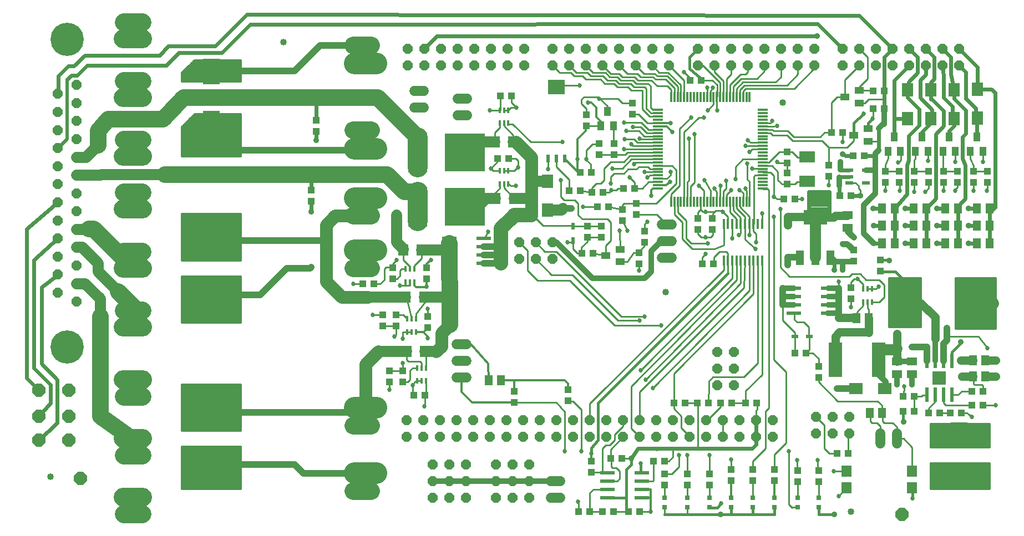
<source format=gtl>
G75*
G70*
%OFA0B0*%
%FSLAX24Y24*%
%IPPOS*%
%LPD*%
%AMOC8*
5,1,8,0,0,1.08239X$1,22.5*
%
%ADD10R,0.0551X0.0394*%
%ADD11R,0.0433X0.0394*%
%ADD12R,0.0394X0.0433*%
%ADD13R,0.1181X0.0630*%
%ADD14R,0.2441X0.2283*%
%ADD15R,0.0138X0.0354*%
%ADD16R,0.0709X0.0827*%
%ADD17R,0.0866X0.0236*%
%ADD18R,0.0236X0.0394*%
%ADD19R,0.0394X0.0236*%
%ADD20R,0.0598X0.0701*%
%ADD21R,0.0512X0.0591*%
%ADD22R,0.0394X0.0551*%
%ADD23R,0.0200X0.0500*%
%ADD24R,0.1000X0.0900*%
%ADD25R,0.0480X0.0880*%
%ADD26R,0.1417X0.0866*%
%ADD27R,0.0591X0.0512*%
%ADD28OC8,0.0591*%
%ADD29C,0.0591*%
%ADD30R,0.0118X0.0630*%
%ADD31R,0.0787X0.2087*%
%ADD32R,0.0118X0.0591*%
%ADD33R,0.0591X0.0118*%
%ADD34C,0.1299*%
%ADD35C,0.1142*%
%ADD36C,0.1063*%
%ADD37C,0.1102*%
%ADD38R,0.0315X0.0315*%
%ADD39OC8,0.0600*%
%ADD40C,0.2000*%
%ADD41R,0.0630X0.0710*%
%ADD42OC8,0.0610*%
%ADD43R,0.0945X0.0669*%
%ADD44OC8,0.0787*%
%ADD45C,0.0400*%
%ADD46R,0.0984X0.1575*%
%ADD47R,0.0236X0.0866*%
%ADD48R,0.0800X0.0800*%
%ADD49R,0.0827X0.0709*%
%ADD50R,0.1516X0.2165*%
%ADD51R,0.0472X0.0217*%
%ADD52C,0.0270*%
%ADD53C,0.0100*%
%ADD54C,0.0356*%
%ADD55C,0.0160*%
%ADD56C,0.0360*%
%ADD57C,0.0120*%
%ADD58C,0.0400*%
%ADD59C,0.0200*%
%ADD60C,0.0240*%
%ADD61C,0.0660*%
%ADD62C,0.0320*%
%ADD63C,0.0500*%
%ADD64C,0.0760*%
%ADD65C,0.1000*%
%ADD66C,0.1200*%
%ADD67C,0.0860*%
D10*
X035397Y016800D03*
X036263Y016426D03*
X036263Y017174D03*
X050297Y024050D03*
X051163Y023676D03*
X051163Y024424D03*
X050613Y025976D03*
X050613Y026724D03*
X049747Y026350D03*
D11*
X046280Y023035D03*
X046280Y022365D03*
X046280Y021785D03*
X046280Y021115D03*
X048780Y021565D03*
X048780Y022235D03*
X052180Y021885D03*
X052180Y021215D03*
X053030Y021215D03*
X053930Y021215D03*
X053930Y021885D03*
X053030Y021885D03*
X054780Y021885D03*
X055680Y021885D03*
X055680Y021215D03*
X054780Y021215D03*
X056530Y021215D03*
X057480Y021215D03*
X057480Y021885D03*
X056530Y021885D03*
X058330Y021885D03*
X058330Y021215D03*
X050280Y017135D03*
X050280Y016465D03*
X051880Y016535D03*
X051880Y015865D03*
X050130Y014885D03*
X050130Y014215D03*
X048180Y010135D03*
X048180Y009465D03*
X048180Y003885D03*
X048180Y003215D03*
X046930Y003215D03*
X046930Y003885D03*
X045530Y003935D03*
X045530Y003265D03*
X044230Y003265D03*
X044230Y003935D03*
X042930Y003935D03*
X042930Y003265D03*
X041630Y003015D03*
X041630Y003685D03*
X040280Y003685D03*
X040280Y003015D03*
X038930Y003015D03*
X038930Y003685D03*
X034530Y003765D03*
X034530Y004435D03*
X029880Y007965D03*
X029880Y008635D03*
X033130Y008735D03*
X033130Y008065D03*
X024680Y012465D03*
X024680Y013135D03*
X022780Y013235D03*
X022780Y012565D03*
X021980Y012565D03*
X021980Y013235D03*
X022580Y015415D03*
X022580Y016085D03*
X024630Y016085D03*
X024630Y015415D03*
X017680Y020065D03*
X017680Y020735D03*
X017980Y024265D03*
X017980Y024935D03*
X034230Y024615D03*
X034230Y025285D03*
X034980Y023535D03*
X034980Y022865D03*
X035880Y022865D03*
X035880Y023535D03*
X036980Y025315D03*
X036980Y025985D03*
X037230Y019935D03*
X036380Y019585D03*
X037230Y019265D03*
X036380Y018915D03*
X035130Y018585D03*
X034280Y018585D03*
X034280Y017915D03*
X035130Y017915D03*
X037380Y016985D03*
X037730Y017615D03*
X037730Y018285D03*
X040930Y018365D03*
X040930Y019035D03*
X041805Y019035D03*
X041805Y018365D03*
X037380Y016315D03*
X023180Y009885D03*
X023180Y009215D03*
X022380Y009215D03*
X022380Y009885D03*
D12*
X023845Y008400D03*
X024515Y008400D03*
X035695Y004600D03*
X036365Y004600D03*
X038245Y004450D03*
X038915Y004450D03*
X037415Y001400D03*
X036745Y001400D03*
X035865Y001400D03*
X035195Y001400D03*
X034415Y001400D03*
X033745Y001400D03*
X039495Y007950D03*
X040165Y007950D03*
X040895Y007950D03*
X041565Y007950D03*
X042295Y007950D03*
X042965Y007950D03*
X043795Y007950D03*
X044465Y007950D03*
X049295Y004900D03*
X049965Y004900D03*
X053270Y007425D03*
X053940Y007425D03*
X054795Y007350D03*
X055465Y007350D03*
X056095Y007350D03*
X056765Y007350D03*
X057395Y007800D03*
X058065Y007800D03*
X058065Y008650D03*
X057395Y008650D03*
X053940Y008325D03*
X053270Y008325D03*
X047415Y010950D03*
X046745Y010950D03*
X041865Y016300D03*
X041195Y016300D03*
X035565Y019750D03*
X034895Y019750D03*
X035215Y020600D03*
X034545Y020600D03*
X033865Y020700D03*
X033195Y020700D03*
X033845Y021800D03*
X034515Y021800D03*
X036445Y020850D03*
X037115Y020850D03*
X034615Y016950D03*
X033945Y016950D03*
X029565Y022650D03*
X028895Y022650D03*
X029045Y026400D03*
X029715Y026400D03*
X040445Y027350D03*
X041115Y027350D03*
X048945Y024200D03*
X049615Y024200D03*
X050245Y022800D03*
X050915Y022800D03*
X050115Y020400D03*
X049445Y020400D03*
X046765Y020200D03*
X046095Y020200D03*
X051445Y025650D03*
X052115Y025650D03*
X052115Y026700D03*
X051445Y026700D03*
X021465Y015100D03*
X020795Y015100D03*
D13*
X024089Y018852D03*
X024089Y020648D03*
X024089Y022102D03*
X024089Y023898D03*
D14*
X026916Y023000D03*
X026916Y019750D03*
D15*
X029024Y021106D03*
X029280Y021106D03*
X029536Y021106D03*
X029536Y021894D03*
X029280Y021894D03*
X029024Y021894D03*
X029024Y024756D03*
X029280Y024756D03*
X029536Y024756D03*
X029536Y025544D03*
X029280Y025544D03*
X029024Y025544D03*
X023886Y015994D03*
X023630Y015994D03*
X023374Y015994D03*
X023374Y015206D03*
X023630Y015206D03*
X023886Y015206D03*
X023986Y012994D03*
X023730Y012994D03*
X023474Y012994D03*
X023474Y012206D03*
X023730Y012206D03*
X023986Y012206D03*
X024074Y010044D03*
X024330Y010044D03*
X024586Y010044D03*
X024586Y009256D03*
X024330Y009256D03*
X024074Y009256D03*
X050874Y014006D03*
X051130Y014006D03*
X051386Y014006D03*
X051386Y014794D03*
X051130Y014794D03*
X050874Y014794D03*
D16*
X053530Y025034D03*
X054930Y025034D03*
X056330Y025034D03*
X057730Y025084D03*
X057730Y026816D03*
X056330Y026766D03*
X054930Y026766D03*
X053530Y026766D03*
X031880Y021266D03*
X031880Y019534D03*
D17*
X028054Y017850D03*
X028054Y017350D03*
X028054Y016850D03*
X028054Y016350D03*
X026006Y016350D03*
X026006Y016850D03*
X026006Y017350D03*
X026006Y017850D03*
X046706Y014850D03*
X046706Y014350D03*
X046706Y013850D03*
X046706Y013350D03*
X048754Y013350D03*
X048754Y013850D03*
X048754Y014350D03*
X048754Y014850D03*
X037554Y003750D03*
X037554Y003250D03*
X037554Y002750D03*
X037554Y002250D03*
X035506Y002250D03*
X035506Y002750D03*
X035506Y003250D03*
X035506Y003750D03*
D18*
X033430Y017717D03*
X033430Y018583D03*
D19*
X046747Y011950D03*
X047613Y011950D03*
D20*
X049850Y003850D03*
X049850Y002850D03*
X053810Y002850D03*
X053810Y003850D03*
D21*
X052004Y007350D03*
X051256Y007350D03*
X057456Y009550D03*
X058204Y009550D03*
X058204Y010500D03*
X057456Y010500D03*
X051204Y013050D03*
X050456Y013050D03*
X052006Y017550D03*
X052754Y017550D03*
X053906Y017550D03*
X054654Y017550D03*
X055806Y017550D03*
X056554Y017550D03*
X057706Y017550D03*
X058454Y017550D03*
X058454Y018600D03*
X057706Y018600D03*
X056554Y018600D03*
X055806Y018600D03*
X054654Y018600D03*
X053906Y018600D03*
X052754Y018600D03*
X052006Y018600D03*
X052006Y019650D03*
X052754Y019650D03*
X053906Y019650D03*
X054654Y019650D03*
X055806Y019650D03*
X056554Y019650D03*
X057706Y019650D03*
X058454Y019650D03*
X029104Y009300D03*
X028356Y009300D03*
D22*
X052356Y023067D03*
X053104Y023067D03*
X054006Y023067D03*
X054754Y023067D03*
X055656Y023067D03*
X056404Y023067D03*
X057306Y023067D03*
X058054Y023067D03*
X057680Y023933D03*
X056030Y023933D03*
X054380Y023933D03*
X052730Y023933D03*
X035854Y024617D03*
X035106Y024617D03*
X035480Y025483D03*
D23*
X032930Y022650D03*
X032430Y022650D03*
X031930Y022650D03*
D24*
X032430Y026950D03*
D25*
X047070Y016680D03*
X047980Y016680D03*
X048890Y016680D03*
D26*
X047980Y019120D03*
D27*
X049930Y019224D03*
X049930Y018476D03*
X052880Y010424D03*
X053780Y010424D03*
X053780Y009676D03*
X052880Y009676D03*
D28*
X045430Y006900D03*
X044430Y006900D03*
X043430Y006900D03*
X042430Y006900D03*
X041430Y006900D03*
X040430Y006900D03*
X039430Y006900D03*
X038430Y006900D03*
X037430Y006900D03*
X036430Y006900D03*
X035430Y006900D03*
X034430Y006900D03*
X033430Y006900D03*
X032430Y006900D03*
X031430Y006900D03*
X030430Y006900D03*
X029430Y006900D03*
X028430Y006900D03*
X027430Y006900D03*
X026430Y006900D03*
X025430Y006900D03*
X024430Y006900D03*
X023430Y006900D03*
X023430Y005900D03*
X024430Y005900D03*
X025430Y005900D03*
X026430Y005900D03*
X027430Y005900D03*
X028430Y005900D03*
X029430Y005900D03*
X030430Y005900D03*
X031430Y005900D03*
X032430Y005900D03*
X033430Y005900D03*
X034430Y005900D03*
X035430Y005900D03*
X036430Y005900D03*
X037430Y005900D03*
X038430Y005900D03*
X039430Y005900D03*
X040430Y005900D03*
X041430Y005900D03*
X042430Y005900D03*
X043430Y005900D03*
X044430Y005900D03*
X045430Y005900D03*
X043080Y009000D03*
X042080Y009000D03*
X042080Y010000D03*
X043080Y010000D03*
X043080Y011000D03*
X042080Y011000D03*
X032180Y016600D03*
X031180Y016600D03*
X030180Y016600D03*
X030180Y017600D03*
X031180Y017600D03*
X032180Y017600D03*
X032180Y028250D03*
X033180Y028250D03*
X034180Y028250D03*
X035180Y028250D03*
X036180Y028250D03*
X037180Y028250D03*
X038180Y028250D03*
X039180Y028250D03*
X039180Y029250D03*
X038180Y029250D03*
X037180Y029250D03*
X036180Y029250D03*
X035180Y029250D03*
X034180Y029250D03*
X033180Y029250D03*
X032180Y029250D03*
X030480Y029250D03*
X029480Y029250D03*
X028480Y029250D03*
X027480Y029250D03*
X026480Y029250D03*
X025480Y029250D03*
X024480Y029250D03*
X023480Y029250D03*
X023480Y028250D03*
X024480Y028250D03*
X025480Y028250D03*
X026480Y028250D03*
X027480Y028250D03*
X028480Y028250D03*
X029480Y028250D03*
X030480Y028250D03*
X040930Y028250D03*
X041930Y028250D03*
X042930Y028250D03*
X043930Y028250D03*
X044930Y028250D03*
X045930Y028250D03*
X046930Y028250D03*
X047930Y028250D03*
X047930Y029250D03*
X046930Y029250D03*
X045930Y029250D03*
X044930Y029250D03*
X043930Y029250D03*
X042930Y029250D03*
X041930Y029250D03*
X040930Y029250D03*
X049630Y029250D03*
X050630Y029250D03*
X051630Y029250D03*
X052630Y029250D03*
X053630Y029250D03*
X054630Y029250D03*
X055630Y029250D03*
X056630Y029250D03*
X056630Y028250D03*
X055630Y028250D03*
X054630Y028250D03*
X053630Y028250D03*
X052630Y028250D03*
X051630Y028250D03*
X050630Y028250D03*
X049630Y028250D03*
X030780Y004250D03*
X029780Y004250D03*
X028780Y004250D03*
X028780Y003250D03*
X029780Y003250D03*
X030780Y003250D03*
X030780Y002250D03*
X029780Y002250D03*
X028780Y002250D03*
X026980Y002250D03*
X025980Y002250D03*
X024980Y002250D03*
X024980Y003250D03*
X025980Y003250D03*
X026980Y003250D03*
X026980Y004250D03*
X025980Y004250D03*
X024980Y004250D03*
D29*
X032085Y003250D02*
X032675Y003250D01*
X032675Y002250D02*
X032085Y002250D01*
X027025Y009480D02*
X026435Y009480D01*
X026435Y010480D02*
X027025Y010480D01*
X027025Y011480D02*
X026435Y011480D01*
X038775Y016660D02*
X039365Y016660D01*
X039365Y017660D02*
X038775Y017660D01*
X038775Y018660D02*
X039365Y018660D01*
X027075Y025250D02*
X026485Y025250D01*
X026485Y026250D02*
X027075Y026250D01*
X024475Y026700D02*
X023885Y026700D01*
X023885Y025700D02*
X024475Y025700D01*
X051880Y006095D02*
X051880Y005505D01*
X052880Y005505D02*
X052880Y006095D01*
D30*
X044782Y016498D03*
X044526Y016498D03*
X044270Y016498D03*
X044014Y016498D03*
X043758Y016498D03*
X043502Y016498D03*
X043246Y016498D03*
X042990Y016498D03*
X042734Y016498D03*
X042478Y016498D03*
X042478Y018702D03*
X042734Y018702D03*
X042990Y018702D03*
X043246Y018702D03*
X043502Y018702D03*
X043758Y018702D03*
X044014Y018702D03*
X044270Y018702D03*
X044526Y018702D03*
X044782Y018702D03*
D31*
X049181Y010550D03*
X051779Y010550D03*
D32*
X044042Y020050D03*
X043845Y020050D03*
X043649Y020050D03*
X043452Y020050D03*
X043255Y020050D03*
X043058Y020050D03*
X042861Y020050D03*
X042664Y020050D03*
X042467Y020050D03*
X042271Y020050D03*
X042074Y020050D03*
X041877Y020050D03*
X041680Y020050D03*
X041483Y020050D03*
X041286Y020050D03*
X041089Y020050D03*
X040893Y020050D03*
X040696Y020050D03*
X040499Y020050D03*
X040302Y020050D03*
X040105Y020050D03*
X039908Y020050D03*
X039711Y020050D03*
X039515Y020050D03*
X039318Y020050D03*
X039318Y026350D03*
X039515Y026350D03*
X039711Y026350D03*
X039908Y026350D03*
X040105Y026350D03*
X040302Y026350D03*
X040499Y026350D03*
X040696Y026350D03*
X040893Y026350D03*
X041089Y026350D03*
X041286Y026350D03*
X041483Y026350D03*
X041680Y026350D03*
X041877Y026350D03*
X042074Y026350D03*
X042271Y026350D03*
X042467Y026350D03*
X042664Y026350D03*
X042861Y026350D03*
X043058Y026350D03*
X043255Y026350D03*
X043452Y026350D03*
X043649Y026350D03*
X043845Y026350D03*
X044042Y026350D03*
D33*
X044830Y025562D03*
X044830Y025365D03*
X044830Y025169D03*
X044830Y024972D03*
X044830Y024775D03*
X044830Y024578D03*
X044830Y024381D03*
X044830Y024184D03*
X044830Y023987D03*
X044830Y023791D03*
X044830Y023594D03*
X044830Y023397D03*
X044830Y023200D03*
X044830Y023003D03*
X044830Y022806D03*
X044830Y022609D03*
X044830Y022413D03*
X044830Y022216D03*
X044830Y022019D03*
X044830Y021822D03*
X044830Y021625D03*
X044830Y021428D03*
X044830Y021231D03*
X044830Y021035D03*
X044830Y020838D03*
X038530Y020838D03*
X038530Y021035D03*
X038530Y021231D03*
X038530Y021428D03*
X038530Y021625D03*
X038530Y021822D03*
X038530Y022019D03*
X038530Y022216D03*
X038530Y022413D03*
X038530Y022609D03*
X038530Y022806D03*
X038530Y023003D03*
X038530Y023200D03*
X038530Y023397D03*
X038530Y023594D03*
X038530Y023791D03*
X038530Y023987D03*
X038530Y024184D03*
X038530Y024381D03*
X038530Y024578D03*
X038530Y024775D03*
X038530Y024972D03*
X038530Y025169D03*
X038530Y025365D03*
X038530Y025562D03*
D34*
X021606Y023249D02*
X020307Y023249D01*
X020307Y020282D02*
X021606Y020282D01*
X021606Y017133D02*
X020307Y017133D01*
X020307Y007670D02*
X021606Y007670D01*
X021606Y003733D02*
X020307Y003733D01*
X020307Y028367D02*
X021606Y028367D01*
D35*
X007551Y029843D02*
X006409Y029843D01*
X006409Y026300D02*
X007551Y026300D01*
X007551Y022757D02*
X006409Y022757D01*
X006409Y019593D02*
X007551Y019593D01*
X007551Y016050D02*
X006409Y016050D01*
X006409Y012507D02*
X007551Y012507D01*
X007551Y009343D02*
X006409Y009343D01*
X006409Y005800D02*
X007551Y005800D01*
X007551Y002257D02*
X006409Y002257D01*
D36*
X020228Y002650D02*
X021291Y002650D01*
X021291Y006587D02*
X020228Y006587D01*
X020228Y016050D02*
X021291Y016050D01*
X021291Y019200D02*
X020228Y019200D01*
X020228Y024331D02*
X021291Y024331D01*
X021291Y029450D02*
X020228Y029450D01*
D37*
X007531Y030843D02*
X006429Y030843D01*
X006429Y027300D02*
X007531Y027300D01*
X007531Y023757D02*
X006429Y023757D01*
X006429Y020593D02*
X007531Y020593D01*
X007531Y017050D02*
X006429Y017050D01*
X006429Y013507D02*
X007531Y013507D01*
X007531Y008343D02*
X006429Y008343D01*
X006429Y004800D02*
X007531Y004800D01*
X007531Y001257D02*
X006429Y001257D01*
D38*
X038930Y001655D03*
X038930Y002245D03*
X040280Y002245D03*
X040280Y001655D03*
X041630Y001655D03*
X041630Y002245D03*
X042930Y002245D03*
X042930Y001655D03*
X044230Y001655D03*
X044230Y002245D03*
X045530Y002245D03*
X045530Y001655D03*
X046930Y001655D03*
X046930Y002245D03*
X048180Y002245D03*
X048180Y001655D03*
D39*
X003590Y014030D03*
X002470Y014570D03*
X003590Y015120D03*
X002470Y015660D03*
X003590Y016200D03*
X002470Y016750D03*
X003590Y017290D03*
X002470Y017830D03*
X003590Y018380D03*
X002470Y018920D03*
X003590Y019460D03*
X002470Y020010D03*
X003590Y020550D03*
X002470Y021090D03*
X003590Y021640D03*
X002470Y022180D03*
X003590Y022720D03*
X002470Y023270D03*
X003590Y023810D03*
X002470Y024350D03*
X003590Y024900D03*
X002470Y025440D03*
X003590Y025980D03*
X002470Y026530D03*
X003590Y027070D03*
D40*
X003030Y029810D03*
X003030Y011290D03*
D41*
X023420Y011050D03*
X024540Y011050D03*
X024490Y014300D03*
X023370Y014300D03*
X023220Y017150D03*
X024340Y017150D03*
X028770Y020250D03*
X029890Y020250D03*
X029840Y023650D03*
X028720Y023650D03*
D42*
X048030Y007100D03*
X049030Y007100D03*
X050030Y007100D03*
X050030Y006100D03*
X049030Y006100D03*
X048030Y006100D03*
D43*
X047480Y021272D03*
X047480Y022728D03*
D44*
X053180Y001250D03*
X003830Y003400D03*
X003130Y005700D03*
X001330Y005700D03*
X001330Y007150D03*
X003130Y007150D03*
X003130Y008700D03*
X001330Y008700D03*
D45*
X002030Y003500D03*
X038980Y014600D03*
X046030Y026000D03*
X016030Y029650D03*
X050130Y001400D03*
D46*
X056630Y003599D03*
X056630Y006001D03*
X011704Y007375D03*
X011704Y004225D03*
X011704Y014475D03*
X011704Y017625D03*
X011704Y024725D03*
X011704Y027875D03*
D47*
X054680Y010474D03*
X055180Y010474D03*
X055680Y010474D03*
X056180Y010474D03*
X056180Y008426D03*
X055680Y008426D03*
X055180Y008426D03*
X054680Y008426D03*
D48*
X055430Y009450D03*
D49*
X052146Y008800D03*
X050414Y008800D03*
D50*
X053371Y013950D03*
X057289Y013950D03*
D51*
X051042Y021176D03*
X050018Y021176D03*
X050018Y021550D03*
X050018Y021924D03*
X051042Y021924D03*
D52*
X048780Y021050D03*
X047180Y020200D03*
X045880Y019600D03*
X045480Y019150D03*
X044780Y019350D03*
X045480Y020350D03*
X043780Y020850D03*
X043430Y020750D03*
X042930Y020750D03*
X042280Y021000D03*
X041930Y020850D03*
X041330Y021350D03*
X040980Y021000D03*
X039255Y021225D03*
X039280Y021850D03*
X037880Y021500D03*
X037730Y021850D03*
X037080Y022300D03*
X036830Y021500D03*
X035780Y022050D03*
X035680Y021150D03*
X035730Y020750D03*
X034030Y019750D03*
X036230Y018300D03*
X036680Y018300D03*
X037880Y018850D03*
X038130Y020400D03*
X041380Y019425D03*
X042430Y019450D03*
X043380Y018050D03*
X042980Y017850D03*
X044030Y018050D03*
X044430Y017600D03*
X044380Y017200D03*
X041530Y017550D03*
X041380Y017900D03*
X041380Y016900D03*
X037380Y015900D03*
X033080Y017600D03*
X028330Y018250D03*
X024880Y016550D03*
X022830Y016550D03*
X020230Y015100D03*
X023030Y015000D03*
X024630Y014950D03*
X024680Y013600D03*
X022680Y011950D03*
X023180Y011800D03*
X024680Y011850D03*
X023180Y010350D03*
X023780Y009000D03*
X022380Y008750D03*
X024480Y007750D03*
X032930Y005050D03*
X033930Y005050D03*
X034530Y004900D03*
X037480Y004300D03*
X039780Y004800D03*
X040280Y004800D03*
X041630Y004800D03*
X042930Y004550D03*
X046380Y005050D03*
X046880Y004500D03*
X048130Y004500D03*
X049080Y003850D03*
X049380Y002350D03*
X053830Y002200D03*
X057380Y007100D03*
X058830Y007800D03*
X055630Y009250D03*
X055230Y009250D03*
X055230Y009650D03*
X055630Y009650D03*
X053330Y008950D03*
X058330Y011250D03*
X051780Y014950D03*
X050530Y015400D03*
X049380Y015250D03*
X050130Y013700D03*
X038730Y012600D03*
X037730Y013150D03*
X037430Y012900D03*
X037480Y009900D03*
X037780Y009350D03*
X038230Y008850D03*
X033730Y002000D03*
X038080Y001400D03*
X042330Y001900D03*
X021380Y013250D03*
X029980Y021000D03*
X030130Y022100D03*
X028480Y022050D03*
X031930Y022000D03*
X032680Y021350D03*
X033680Y022600D03*
X034230Y022600D03*
X032780Y023650D03*
X036480Y023200D03*
X036930Y023500D03*
X036530Y023800D03*
X036630Y024300D03*
X037030Y024550D03*
X036480Y024800D03*
X037430Y023850D03*
X039380Y024250D03*
X040380Y023850D03*
X040730Y024100D03*
X039280Y024775D03*
X040530Y025100D03*
X041280Y025100D03*
X041530Y025550D03*
X042080Y025550D03*
X041830Y026900D03*
X041480Y026900D03*
X040080Y027850D03*
X034980Y026250D03*
X034330Y026000D03*
X033830Y027050D03*
X030030Y025700D03*
X028430Y025550D03*
X042630Y021300D03*
X043180Y021400D03*
X044180Y022025D03*
X043880Y022350D03*
X044030Y023050D03*
X043780Y023400D03*
X043930Y023750D03*
X045380Y024900D03*
X045680Y024600D03*
X045680Y022450D03*
X049630Y023650D03*
X051430Y025050D03*
X050880Y025350D03*
X054755Y022500D03*
X056405Y022450D03*
X058055Y022450D03*
X058305Y020700D03*
X057480Y020700D03*
X056405Y020700D03*
X055680Y020700D03*
X054605Y020650D03*
X053930Y020650D03*
X053055Y020700D03*
X052180Y020700D03*
X052955Y022400D03*
D53*
X052980Y022400D01*
X053130Y022550D01*
X053130Y023041D01*
X053104Y023067D01*
X052356Y023067D02*
X052356Y022676D01*
X052180Y022250D01*
X052180Y021885D01*
X053030Y021885D01*
X053930Y021885D02*
X054780Y021885D01*
X055656Y021909D02*
X055680Y021885D01*
X056530Y021885D01*
X057480Y021885D02*
X057480Y022200D01*
X057306Y022624D01*
X057306Y023067D01*
X058054Y023067D02*
X058055Y023066D01*
X058055Y022450D01*
X058330Y021885D02*
X057480Y021885D01*
X057480Y021215D02*
X057480Y020700D01*
X056530Y020900D02*
X056530Y021215D01*
X056530Y020900D02*
X056405Y020775D01*
X056405Y020700D01*
X055680Y020700D02*
X055680Y021215D01*
X054780Y021215D02*
X054780Y020850D01*
X054605Y020675D01*
X054605Y020650D01*
X053930Y020650D02*
X053930Y021215D01*
X053055Y021190D02*
X053030Y021215D01*
X053055Y021190D02*
X053055Y020700D01*
X052180Y020700D02*
X052180Y021215D01*
X050680Y020750D02*
X050680Y020400D01*
X050680Y020750D02*
X050580Y020850D01*
X050580Y021000D01*
X050404Y021176D01*
X050018Y021176D01*
X048780Y021050D02*
X048780Y021565D01*
X048780Y022235D02*
X048780Y023300D01*
X048380Y023700D01*
X046630Y023700D01*
X046280Y024050D01*
X045430Y024050D01*
X045296Y024184D01*
X044830Y024184D01*
X044830Y024381D02*
X045399Y024381D01*
X045480Y024300D01*
X046330Y024300D01*
X046680Y023950D01*
X048280Y023950D01*
X048530Y024200D01*
X048945Y024200D01*
X048945Y026015D01*
X049280Y026350D01*
X049747Y026350D01*
X049747Y027367D01*
X050630Y028250D01*
X051130Y028750D02*
X051130Y027450D01*
X050630Y026950D01*
X050630Y026741D01*
X050613Y026724D01*
X051421Y026724D01*
X051445Y026700D01*
X051180Y026200D02*
X050956Y025976D01*
X050613Y025976D01*
X051180Y026200D02*
X052065Y026200D01*
X052115Y026250D01*
X051445Y025650D02*
X051445Y025065D01*
X051430Y025050D01*
X050297Y024050D02*
X050297Y023717D01*
X049880Y023300D01*
X048780Y023300D01*
X049630Y023650D02*
X049615Y024200D01*
X051163Y023676D02*
X051756Y023676D01*
X051780Y023700D01*
X054006Y023067D02*
X054006Y022626D01*
X053930Y022550D01*
X053930Y021885D01*
X054755Y022500D02*
X054755Y023066D01*
X054754Y023067D01*
X055656Y023067D02*
X055656Y021909D01*
X056405Y022450D02*
X056405Y023066D01*
X056404Y023067D01*
X058330Y021215D02*
X058330Y020750D01*
X058305Y020725D01*
X058305Y020700D01*
X051030Y015350D02*
X050680Y015700D01*
X050180Y015700D01*
X050030Y015550D01*
X046430Y015550D01*
X045880Y016100D01*
X045880Y019600D01*
X045480Y019150D02*
X045480Y010550D01*
X046230Y009800D01*
X046230Y005550D01*
X045530Y004850D01*
X045530Y003935D01*
X044230Y003935D02*
X044230Y004450D01*
X044980Y005200D01*
X044980Y007450D01*
X045180Y007650D01*
X045180Y020750D01*
X045130Y020800D01*
X044867Y020800D01*
X044830Y020838D01*
X044042Y021238D02*
X043880Y021400D01*
X043880Y022350D01*
X043639Y022609D02*
X043180Y022150D01*
X043180Y021400D01*
X042630Y021300D02*
X042630Y020850D01*
X042467Y020687D01*
X042467Y020050D01*
X042271Y020050D02*
X042271Y020991D01*
X042280Y021000D01*
X041930Y020850D02*
X042074Y020606D01*
X042074Y020050D01*
X041680Y020050D02*
X041680Y020700D01*
X041330Y021350D01*
X040980Y021000D02*
X041286Y020694D01*
X041286Y020050D01*
X041089Y020050D02*
X041089Y019559D01*
X041224Y019425D01*
X041380Y019425D01*
X041855Y019425D01*
X041880Y019400D01*
X041830Y019350D01*
X041805Y019035D01*
X041880Y019400D02*
X041980Y019500D01*
X042380Y019500D01*
X042430Y019450D01*
X042734Y019146D01*
X042734Y018702D01*
X042478Y018702D02*
X042478Y017852D01*
X042480Y017450D01*
X041930Y017200D01*
X040580Y017200D01*
X039980Y017800D01*
X039980Y018800D01*
X039515Y019265D01*
X039515Y020050D01*
X039711Y020050D02*
X039711Y019419D01*
X040230Y018900D01*
X040230Y017850D01*
X040530Y017550D01*
X041530Y017550D01*
X041380Y017900D02*
X041680Y017900D01*
X041830Y018050D01*
X041830Y018340D01*
X041805Y018365D01*
X041380Y017900D02*
X041130Y017900D01*
X040930Y018100D01*
X040930Y018365D01*
X040930Y019035D02*
X040930Y019400D01*
X041089Y019559D01*
X040499Y020050D02*
X040499Y020969D01*
X040730Y021200D01*
X040730Y024100D01*
X040380Y023850D02*
X040380Y021300D01*
X040302Y021228D01*
X040302Y020050D01*
X040105Y020050D02*
X040105Y020675D01*
X040105Y024225D01*
X040980Y025100D01*
X041280Y025100D01*
X041530Y025550D02*
X041877Y025897D01*
X041877Y026350D01*
X042074Y026350D02*
X042080Y027100D01*
X042074Y025556D01*
X042080Y025550D01*
X040530Y025100D02*
X039830Y024450D01*
X039830Y021000D01*
X039318Y020488D01*
X039318Y020050D01*
X038415Y019935D02*
X039630Y021150D01*
X039630Y021950D01*
X039380Y022200D01*
X038546Y022200D01*
X038530Y022216D01*
X038530Y022413D02*
X037143Y022413D01*
X037080Y022300D01*
X037380Y022150D02*
X037930Y022150D01*
X038061Y022019D01*
X038530Y022019D01*
X038530Y021822D02*
X037802Y021822D01*
X037730Y021850D01*
X037880Y021500D02*
X038055Y021625D01*
X038530Y021625D01*
X038530Y021428D02*
X039058Y021428D01*
X039280Y021650D01*
X039280Y021850D01*
X038530Y021231D02*
X037961Y021231D01*
X037580Y020850D01*
X037115Y020850D01*
X037115Y021215D01*
X036830Y021500D01*
X036480Y021750D02*
X036730Y022000D01*
X037230Y022000D01*
X037380Y022150D01*
X036939Y022609D02*
X036380Y022050D01*
X035780Y022050D01*
X035880Y021750D02*
X036480Y021750D01*
X035880Y021750D02*
X035680Y021550D01*
X035680Y021150D01*
X035280Y021350D02*
X035280Y022050D01*
X035680Y022450D01*
X036480Y022450D01*
X036830Y022800D01*
X038524Y022800D01*
X038530Y022806D01*
X038527Y023000D02*
X038530Y023003D01*
X038527Y023000D02*
X036680Y023000D01*
X036545Y022865D01*
X035880Y022865D01*
X034980Y022865D01*
X034580Y023500D02*
X034230Y023150D01*
X034230Y022600D01*
X034230Y022550D01*
X034480Y022300D01*
X034480Y021835D01*
X034515Y021800D01*
X034830Y021150D02*
X035080Y021150D01*
X035280Y021350D01*
X034830Y021150D02*
X034545Y020865D01*
X034545Y020600D01*
X033865Y020700D01*
X033530Y020150D02*
X032880Y020150D01*
X032680Y020350D01*
X032680Y021350D01*
X033180Y021375D02*
X033195Y020700D01*
X033530Y020150D02*
X033730Y019950D01*
X033730Y019250D01*
X033980Y019000D01*
X035480Y019000D01*
X035680Y018800D01*
X035680Y017700D01*
X035380Y017400D01*
X035380Y016817D01*
X035397Y016800D01*
X034615Y016950D01*
X034615Y017135D01*
X034280Y017650D02*
X033930Y017300D01*
X033930Y016965D01*
X033945Y016950D01*
X033680Y016950D01*
X033430Y017200D01*
X033430Y017500D01*
X033330Y017600D01*
X033080Y017600D01*
X033430Y017500D02*
X033430Y017717D01*
X034280Y017650D02*
X034280Y017915D01*
X035130Y017915D01*
X036230Y018000D02*
X036230Y018300D01*
X036230Y018000D02*
X036263Y017467D01*
X036263Y017174D01*
X037065Y016985D02*
X036680Y016450D01*
X036287Y016450D01*
X036263Y016426D01*
X037380Y016315D02*
X037380Y015900D01*
X037380Y016985D02*
X037380Y017050D01*
X037730Y017400D01*
X037730Y017615D01*
X037380Y016985D02*
X037065Y016985D01*
X036680Y018300D02*
X036380Y018915D01*
X037230Y019265D02*
X038465Y019265D01*
X039070Y018660D01*
X037880Y018850D02*
X037730Y018700D01*
X037730Y018285D01*
X036380Y019585D02*
X035565Y019750D01*
X034895Y019750D02*
X034030Y019750D01*
X034280Y018585D02*
X033432Y018585D01*
X033430Y018583D01*
X033413Y018600D01*
X031630Y018600D01*
X030980Y019250D01*
X030930Y019200D02*
X030880Y019250D01*
X029890Y020250D02*
X029280Y020860D01*
X029280Y021106D01*
X029030Y021100D02*
X029024Y021106D01*
X029030Y021100D02*
X029030Y020850D01*
X028770Y020590D01*
X028770Y020250D01*
X029536Y021106D02*
X029574Y021106D01*
X029680Y021000D01*
X029980Y021000D01*
X029880Y021900D02*
X029542Y021900D01*
X029536Y021894D01*
X029280Y021894D01*
X029024Y021894D02*
X028636Y021894D01*
X028480Y022050D01*
X028895Y022465D01*
X028895Y022650D01*
X029565Y022650D02*
X029980Y022650D01*
X030130Y022500D01*
X030130Y022100D01*
X030080Y022100D01*
X029880Y021900D01*
X031930Y022000D02*
X031930Y022650D01*
X032430Y022650D02*
X032430Y022150D01*
X033180Y021375D01*
X035215Y020600D02*
X035580Y020600D01*
X035730Y020750D01*
X036030Y020750D01*
X036130Y020850D01*
X036445Y020850D01*
X036480Y019950D02*
X037215Y019950D01*
X037230Y019935D01*
X038415Y019935D01*
X036480Y019950D02*
X036380Y019850D01*
X036380Y019585D01*
X035130Y018585D02*
X034280Y018585D01*
X032430Y017050D02*
X031730Y017050D01*
X031180Y017600D01*
X030680Y017100D02*
X030180Y017600D01*
X030680Y017100D02*
X030680Y015900D01*
X031280Y015300D01*
X033230Y015300D01*
X035930Y012600D01*
X038730Y012600D01*
X037730Y013150D02*
X036330Y013150D01*
X032430Y017050D01*
X031180Y016600D02*
X032130Y015650D01*
X033380Y015650D01*
X036130Y012900D01*
X037430Y012900D01*
X037480Y009900D02*
X042980Y015450D01*
X042980Y016487D01*
X042990Y016498D01*
X042734Y016498D02*
X042734Y016946D01*
X042630Y017050D01*
X042230Y017050D01*
X041880Y016700D01*
X041880Y016315D01*
X041865Y016300D01*
X042478Y016498D02*
X042480Y016496D01*
X042480Y015950D01*
X034430Y007900D01*
X034430Y006900D01*
X033930Y007550D02*
X033430Y008050D01*
X033145Y008050D01*
X033130Y008065D01*
X032930Y007400D02*
X032430Y007975D01*
X030365Y007965D01*
X029880Y007965D01*
X032930Y007400D02*
X032930Y005050D01*
X033930Y005050D02*
X033930Y007550D01*
X035930Y006050D02*
X036430Y006550D01*
X036430Y006900D01*
X036930Y006400D02*
X036930Y008950D01*
X043255Y015325D01*
X043255Y016489D01*
X043246Y016498D01*
X043502Y016498D02*
X043480Y015150D01*
X037780Y009350D01*
X038230Y008850D02*
X044030Y014700D01*
X044030Y016481D01*
X044014Y016498D01*
X044270Y016498D02*
X044270Y014490D01*
X039480Y009700D01*
X039480Y007965D01*
X039495Y007950D01*
X039480Y007935D01*
X039480Y007600D01*
X039930Y007150D01*
X039930Y006450D01*
X040430Y005950D01*
X040430Y005900D01*
X040078Y005168D02*
X039484Y005180D01*
X039430Y005127D01*
X039430Y004700D01*
X039180Y004450D01*
X038915Y004450D01*
X038245Y004450D02*
X038245Y003265D01*
X038230Y003250D01*
X037554Y003250D01*
X038930Y003015D02*
X038930Y002245D01*
X038930Y001655D02*
X038930Y001250D01*
X038080Y001400D02*
X037415Y001400D01*
X036745Y001400D02*
X035865Y001400D01*
X035195Y001400D02*
X034415Y001400D01*
X034430Y001415D01*
X034430Y002525D01*
X034655Y002750D01*
X035506Y002750D01*
X035506Y003250D02*
X036080Y003250D01*
X036230Y003400D01*
X036230Y003850D01*
X036030Y004050D01*
X035780Y004050D01*
X035730Y004100D01*
X035730Y004565D01*
X035695Y004600D01*
X035695Y005085D01*
X035680Y005100D01*
X035680Y005150D01*
X036430Y005900D01*
X035930Y006050D02*
X035930Y005700D01*
X035630Y005400D01*
X035380Y005400D01*
X035180Y005200D01*
X035180Y003826D01*
X035506Y003750D01*
X035241Y003765D01*
X034530Y003765D01*
X036365Y004600D02*
X036930Y004600D01*
X038480Y005200D02*
X039484Y005180D01*
X040078Y005168D02*
X040929Y005175D01*
X040929Y007883D01*
X040895Y007950D01*
X040165Y007950D01*
X041565Y007950D02*
X041565Y008485D01*
X041580Y008500D01*
X041580Y009250D01*
X041830Y009500D01*
X043680Y009500D01*
X044530Y010350D01*
X044530Y012446D01*
X044526Y012450D01*
X044526Y016498D01*
X044782Y016498D02*
X044782Y010700D01*
X044780Y010698D01*
X044780Y009650D01*
X043795Y008665D01*
X043795Y007950D01*
X042965Y007950D01*
X042295Y007950D02*
X042280Y007935D01*
X042280Y007700D01*
X041480Y006900D01*
X041430Y006900D01*
X042430Y006900D02*
X042430Y005900D01*
X040929Y005175D02*
X044080Y005200D01*
X042930Y004550D02*
X042930Y003935D01*
X041630Y003685D02*
X041630Y004800D01*
X040280Y004800D02*
X040280Y003685D01*
X039780Y004100D02*
X039780Y004800D01*
X039780Y004100D02*
X039365Y003685D01*
X038930Y003685D01*
X040280Y003015D02*
X040280Y002245D01*
X040280Y001655D02*
X040280Y001250D01*
X041630Y002245D02*
X041630Y003015D01*
X044230Y003265D02*
X044230Y002245D01*
X046380Y001850D02*
X046380Y005050D01*
X046880Y004500D02*
X046880Y003885D01*
X046930Y003885D01*
X046930Y003215D02*
X046930Y002245D01*
X046930Y001655D02*
X046585Y001655D01*
X046580Y001650D01*
X046380Y001850D01*
X048180Y002245D02*
X048180Y003215D01*
X048180Y003885D02*
X048130Y003885D01*
X048130Y004500D01*
X048830Y004900D02*
X048530Y005200D01*
X048530Y006600D01*
X048030Y007100D01*
X049330Y008050D02*
X048180Y009200D01*
X048180Y009465D01*
X048180Y010135D02*
X048180Y010600D01*
X047830Y010950D01*
X047415Y010950D01*
X047613Y011148D01*
X047613Y011950D01*
X047580Y011983D01*
X047580Y012500D01*
X047280Y012800D01*
X046880Y012800D01*
X046730Y012950D01*
X046730Y013326D01*
X046706Y013350D01*
X046030Y012900D02*
X046030Y013850D01*
X046030Y012900D02*
X046747Y012183D01*
X046747Y011950D01*
X046745Y011948D01*
X046745Y010950D01*
X050430Y013076D02*
X050456Y013050D01*
X050480Y013074D01*
X050480Y013400D01*
X050874Y013794D01*
X050874Y014006D01*
X051130Y014006D02*
X051130Y013650D01*
X051204Y013576D01*
X051204Y013050D01*
X050130Y013700D02*
X050130Y014215D01*
X050130Y014885D02*
X050130Y015200D01*
X050330Y015400D01*
X050530Y015400D01*
X050874Y015056D01*
X050874Y014794D01*
X051130Y014794D02*
X051386Y014794D01*
X051624Y014794D01*
X051780Y014950D01*
X052130Y015050D02*
X052130Y014300D01*
X051830Y014000D01*
X051392Y014000D01*
X051386Y014006D01*
X052130Y015050D02*
X051830Y015350D01*
X051030Y015350D01*
X049380Y015250D02*
X049380Y014850D01*
X044380Y017200D02*
X043758Y017778D01*
X043758Y018702D01*
X043758Y019122D01*
X043255Y019625D01*
X043255Y020050D01*
X043452Y020050D02*
X043452Y019728D01*
X044030Y019150D01*
X044030Y018719D01*
X044014Y018702D01*
X044014Y018066D01*
X044030Y018050D01*
X044270Y018260D02*
X044430Y018100D01*
X044430Y017600D01*
X043502Y018172D02*
X043380Y018050D01*
X043502Y018172D02*
X043502Y018702D01*
X043502Y019078D01*
X043058Y019522D01*
X043058Y020050D01*
X042861Y020050D02*
X042861Y019419D01*
X043230Y019050D01*
X043230Y018719D01*
X043246Y018702D01*
X042990Y018702D02*
X042990Y017860D01*
X042980Y017850D01*
X044270Y018260D02*
X044270Y018702D01*
X044280Y018713D01*
X044280Y021550D01*
X044355Y021625D01*
X044830Y021625D01*
X044852Y021800D02*
X044830Y021822D01*
X044852Y021800D02*
X045280Y021800D01*
X045480Y021600D01*
X045480Y020350D01*
X045680Y020200D01*
X046095Y020200D01*
X046765Y020200D02*
X047180Y020200D01*
X046745Y021115D02*
X046280Y021115D01*
X046265Y021100D01*
X045980Y021100D01*
X045730Y021350D01*
X045730Y021850D01*
X045380Y022200D01*
X045064Y022216D01*
X044830Y022216D01*
X044824Y022025D02*
X044180Y022025D01*
X044824Y022025D02*
X044830Y022019D01*
X044830Y022413D02*
X045193Y022413D01*
X045830Y023050D01*
X046265Y023050D01*
X046280Y023035D01*
X046595Y023035D01*
X046930Y022700D01*
X047452Y022700D01*
X047480Y022728D01*
X046280Y022365D02*
X046280Y021785D01*
X046280Y022365D02*
X045765Y022365D01*
X045680Y022450D01*
X044830Y022609D02*
X043639Y022609D01*
X044030Y023050D02*
X044180Y023200D01*
X044830Y023200D01*
X044830Y023397D02*
X044033Y023397D01*
X043780Y023400D01*
X044086Y023594D02*
X043930Y023750D01*
X044086Y023594D02*
X044830Y023594D01*
X044830Y024578D02*
X045408Y024578D01*
X045680Y024600D01*
X045305Y024775D02*
X044830Y024775D01*
X045305Y024775D02*
X045380Y024900D01*
X043649Y026350D02*
X043649Y026719D01*
X043780Y026850D01*
X046730Y026850D01*
X047880Y028050D01*
X047880Y028200D01*
X047930Y028250D01*
X046930Y028250D02*
X046930Y027700D01*
X046280Y027050D01*
X043730Y027050D01*
X043452Y026772D01*
X043452Y026350D01*
X043255Y026350D02*
X043255Y026825D01*
X043630Y027250D01*
X045580Y027250D01*
X045930Y027550D01*
X045930Y028250D01*
X044930Y028250D02*
X044930Y027900D01*
X044480Y027450D01*
X043530Y027450D01*
X043058Y026978D01*
X043058Y026350D01*
X042861Y026350D02*
X042861Y027081D01*
X043480Y027700D01*
X043780Y027700D01*
X043930Y027850D01*
X043930Y028250D01*
X042930Y028250D02*
X042930Y027700D01*
X042664Y027434D01*
X042664Y026350D01*
X042467Y026350D02*
X042467Y027313D01*
X041930Y027850D01*
X041930Y028250D01*
X041230Y028250D02*
X040930Y028250D01*
X041230Y028250D02*
X042271Y027209D01*
X042271Y026350D01*
X041680Y026350D02*
X041680Y026700D01*
X041830Y026900D01*
X042074Y027106D02*
X041780Y027350D01*
X041115Y027350D01*
X040445Y027350D02*
X040445Y027485D01*
X040080Y027850D01*
X040105Y027325D02*
X039180Y028250D01*
X038580Y027800D02*
X038180Y028250D01*
X038330Y027750D02*
X037680Y027750D01*
X037180Y028250D01*
X037280Y027750D02*
X036680Y027750D01*
X036180Y028250D01*
X035680Y027750D02*
X035180Y028250D01*
X035380Y027800D02*
X034630Y027800D01*
X034180Y028250D01*
X034280Y027800D02*
X033630Y027800D01*
X033180Y028250D01*
X032580Y027850D02*
X032180Y028250D01*
X032580Y027850D02*
X032580Y027800D01*
X033280Y027800D01*
X033480Y027600D01*
X033980Y027600D01*
X034180Y027400D01*
X035080Y027400D01*
X035330Y027150D01*
X035880Y027150D01*
X036080Y026950D01*
X036730Y026950D01*
X036930Y026750D01*
X037580Y026750D01*
X037580Y025600D01*
X038011Y025169D01*
X038530Y025169D01*
X038530Y025365D02*
X038115Y025365D01*
X037830Y025650D01*
X037830Y026850D01*
X037730Y026950D01*
X037080Y026950D01*
X036880Y027150D01*
X036180Y027150D01*
X035980Y027350D01*
X035480Y027350D01*
X035230Y027600D01*
X034480Y027600D01*
X034280Y027800D01*
X033830Y027050D02*
X032780Y027050D01*
X032430Y026700D01*
X032430Y026950D01*
X033930Y026200D02*
X034080Y026350D01*
X034880Y026350D01*
X034980Y026250D01*
X036130Y026250D01*
X036395Y025985D01*
X036980Y025985D01*
X036980Y025315D02*
X037365Y025315D01*
X037905Y024775D01*
X038480Y024775D01*
X038530Y024775D01*
X038530Y024381D02*
X037949Y024381D01*
X037530Y024800D01*
X036480Y024800D01*
X037030Y024550D02*
X037480Y024550D01*
X037846Y024184D01*
X038530Y024184D01*
X038530Y023987D02*
X037693Y023987D01*
X037380Y024300D01*
X036630Y024300D01*
X036530Y023800D02*
X037080Y023800D01*
X037286Y023594D01*
X038530Y023594D01*
X038530Y023791D02*
X037489Y023791D01*
X037430Y023850D01*
X037033Y023397D02*
X036930Y023500D01*
X037033Y023397D02*
X038530Y023397D01*
X038530Y023200D02*
X036480Y023200D01*
X035880Y023535D02*
X035854Y023711D01*
X035854Y024617D01*
X035106Y024617D02*
X035104Y024615D01*
X034230Y024615D01*
X034230Y025285D02*
X034230Y025650D01*
X033930Y025950D01*
X033930Y026200D01*
X034980Y026250D02*
X035030Y026250D01*
X035480Y025800D01*
X035480Y025483D01*
X037230Y027150D02*
X037030Y027350D01*
X036280Y027350D01*
X036080Y027550D01*
X035630Y027550D01*
X035380Y027800D01*
X035680Y027750D02*
X036180Y027750D01*
X036380Y027550D01*
X037130Y027550D01*
X037330Y027350D01*
X038130Y027350D01*
X038480Y027000D01*
X039080Y027000D01*
X039318Y026762D01*
X039318Y026350D01*
X039515Y026350D02*
X039515Y026865D01*
X038980Y027400D01*
X038380Y027400D01*
X038230Y027550D01*
X037480Y027550D01*
X037280Y027750D01*
X037230Y027150D02*
X037930Y027150D01*
X038080Y027000D01*
X038080Y025700D01*
X038218Y025562D01*
X038530Y025562D01*
X039711Y026350D02*
X039711Y026969D01*
X039080Y027600D01*
X038480Y027600D01*
X038330Y027750D01*
X038580Y027800D02*
X039130Y027800D01*
X039908Y027072D01*
X039908Y026350D01*
X040105Y026350D02*
X040105Y027325D01*
X041480Y026900D02*
X041483Y026897D01*
X041483Y026350D01*
X034980Y023535D02*
X034945Y023500D01*
X034580Y023500D01*
X032780Y023650D02*
X030880Y023650D01*
X029805Y024700D01*
X029555Y024712D01*
X029536Y024756D01*
X029280Y024756D02*
X029280Y024600D01*
X029830Y024050D01*
X029830Y023660D01*
X029840Y023650D01*
X028720Y023650D02*
X028720Y024190D01*
X029030Y024500D01*
X029030Y024750D01*
X029024Y024756D01*
X029024Y025544D02*
X028430Y025544D01*
X028430Y025550D01*
X029024Y025544D02*
X029045Y025544D01*
X029045Y026400D01*
X029715Y026400D02*
X029715Y026015D01*
X030030Y025700D01*
X029692Y025700D01*
X029536Y025544D01*
X029280Y025544D01*
X036939Y022609D02*
X038530Y022609D01*
X042664Y020484D02*
X042930Y020750D01*
X042664Y020484D02*
X042664Y020050D01*
X043649Y020050D02*
X043649Y020569D01*
X043430Y020750D01*
X043780Y020850D02*
X043845Y020665D01*
X043845Y020050D01*
X044042Y020050D02*
X044042Y021238D01*
X046745Y021115D02*
X046880Y021250D01*
X047458Y021250D01*
X047480Y021272D01*
X044782Y019348D02*
X044780Y019350D01*
X044782Y019348D02*
X044782Y018702D01*
X041380Y016900D02*
X041180Y016700D01*
X041180Y016315D01*
X041195Y016300D01*
X042734Y016498D02*
X042734Y015754D01*
X043758Y016498D02*
X043708Y014878D01*
X037430Y008600D01*
X037430Y006900D01*
X036930Y006400D02*
X037430Y005900D01*
X044430Y006900D02*
X044430Y007500D01*
X044480Y007550D01*
X044480Y007935D01*
X044465Y007950D01*
X049330Y008050D02*
X051730Y008050D01*
X051980Y007800D01*
X051980Y007374D01*
X052004Y007350D01*
X052030Y007324D01*
X052030Y006850D01*
X052130Y006750D01*
X052630Y006750D01*
X052880Y006500D01*
X052880Y005800D01*
X053280Y005800D01*
X053810Y005270D01*
X053810Y003850D01*
X051880Y005800D02*
X051880Y006550D01*
X051680Y006750D01*
X051380Y006750D01*
X051280Y006850D01*
X051280Y007326D01*
X051256Y007350D01*
X050030Y006100D02*
X049965Y006035D01*
X049965Y004900D01*
X049295Y004900D02*
X048830Y004900D01*
X049080Y003850D02*
X049850Y003850D01*
X049850Y002850D02*
X049380Y002350D01*
X054795Y007350D02*
X054805Y007360D01*
X054805Y007600D01*
X055180Y008025D01*
X055180Y008426D01*
X054680Y008426D02*
X054654Y008400D01*
X054430Y008400D01*
X054355Y008325D01*
X053940Y008325D01*
X053940Y007425D01*
X053270Y008325D02*
X053280Y008335D01*
X053280Y008650D01*
X053330Y008700D01*
X053330Y008950D01*
X055230Y009250D02*
X055430Y009450D01*
X056556Y008426D02*
X056780Y008650D01*
X057395Y008650D01*
X057530Y009050D02*
X057480Y009100D01*
X057480Y009526D01*
X057456Y009550D01*
X057530Y009050D02*
X057980Y009050D01*
X058065Y008965D01*
X058065Y008650D01*
X056556Y008426D02*
X056180Y008426D01*
X055680Y008426D02*
X055680Y007950D01*
X055830Y007800D01*
X057395Y007800D01*
X058065Y007800D02*
X058830Y007800D01*
X057380Y007100D02*
X057080Y007350D01*
X056765Y007350D01*
X056095Y007350D02*
X055465Y007350D01*
X058330Y011250D02*
X057780Y011950D01*
X055880Y011950D01*
X033745Y001985D02*
X033745Y001400D01*
X033745Y001985D02*
X033730Y002000D01*
X024480Y007750D02*
X024480Y007800D01*
X024530Y007850D01*
X024530Y008385D01*
X024515Y008400D01*
X024586Y008479D01*
X024586Y009256D01*
X024330Y009256D02*
X024074Y009256D01*
X023911Y009231D01*
X023780Y009000D01*
X023780Y008465D01*
X023845Y008400D01*
X023780Y009000D02*
X023730Y009000D01*
X023495Y009215D02*
X023630Y009350D01*
X023630Y009900D01*
X023780Y010050D01*
X024068Y010050D01*
X024074Y010044D01*
X024330Y010044D02*
X024330Y010350D01*
X024230Y010450D01*
X023530Y010450D01*
X023430Y010550D01*
X023430Y011040D01*
X023420Y011050D01*
X023180Y010350D02*
X023180Y009885D01*
X022380Y009885D01*
X022380Y009215D02*
X022380Y008750D01*
X023180Y009215D02*
X023495Y009215D01*
X024586Y010044D02*
X024586Y010306D01*
X024580Y010650D01*
X024580Y011010D01*
X024540Y011050D01*
X023180Y011800D02*
X023180Y012200D01*
X023474Y012206D01*
X023730Y012206D01*
X022780Y012050D02*
X022780Y012565D01*
X021980Y012565D01*
X021980Y013235D02*
X021965Y013250D01*
X021380Y013250D01*
X022780Y013235D02*
X023233Y013235D01*
X023474Y012994D01*
X023730Y012994D02*
X023430Y014240D01*
X023370Y014300D01*
X023380Y015000D02*
X023030Y015000D01*
X023374Y015006D02*
X023374Y015206D01*
X023374Y015006D02*
X023380Y015000D01*
X023630Y015000D01*
X023630Y015206D01*
X023030Y015600D02*
X023030Y015900D01*
X023130Y016000D01*
X023368Y016000D01*
X023374Y015994D01*
X023630Y015994D02*
X023630Y016150D01*
X023230Y016550D01*
X023230Y017140D01*
X023220Y017150D01*
X024330Y017140D02*
X024340Y017150D01*
X024330Y017140D02*
X024330Y016650D01*
X023880Y016200D01*
X023880Y016000D01*
X023886Y015994D01*
X023030Y015600D02*
X022845Y015415D01*
X022580Y015415D01*
X022080Y015350D02*
X022080Y016000D01*
X022180Y016100D01*
X022565Y016100D01*
X022580Y016085D01*
X022580Y016300D01*
X022830Y016550D01*
X022080Y015350D02*
X021830Y015100D01*
X021465Y015100D01*
X020795Y015100D02*
X020230Y015100D01*
X023986Y013306D02*
X024530Y014000D01*
X024530Y014260D01*
X024490Y014300D01*
X024680Y013600D02*
X024680Y013135D01*
X023986Y012994D02*
X023986Y013306D01*
X024680Y012465D02*
X024421Y012206D01*
X022780Y012050D02*
X022680Y011950D01*
X028054Y017850D02*
X028080Y017850D01*
X028330Y018250D01*
X050630Y029250D02*
X051130Y028750D01*
D54*
X048080Y030000D03*
X052105Y024700D03*
X049630Y022900D03*
X049480Y022425D03*
X049480Y021975D03*
X049430Y021500D03*
X049430Y021000D03*
X050680Y020400D03*
X051455Y019650D03*
X051480Y018600D03*
X050280Y017900D03*
X049630Y017500D03*
X051480Y017550D03*
X052430Y016500D03*
X053380Y017550D03*
X053380Y018600D03*
X053380Y019650D03*
X055280Y019650D03*
X055280Y018600D03*
X057180Y018600D03*
X057180Y019650D03*
X057180Y017550D03*
X055280Y017550D03*
X058630Y015000D03*
X058630Y014450D03*
X058630Y013950D03*
X058630Y013400D03*
X058630Y012850D03*
X056730Y011600D03*
X055880Y011950D03*
X055880Y012450D03*
X055680Y011500D03*
X054680Y011300D03*
X054230Y011300D03*
X053780Y011300D03*
X052880Y011200D03*
X052880Y011650D03*
X052880Y012100D03*
X051180Y012200D03*
X050680Y012200D03*
X050180Y012200D03*
X046030Y013850D03*
X046030Y014350D03*
X046030Y014850D03*
X046330Y016250D03*
X046330Y016700D03*
X049130Y015950D03*
X049630Y015950D03*
X046330Y018650D03*
X046330Y019125D03*
X033330Y019650D03*
X032830Y019650D03*
X030880Y019250D03*
X030380Y019250D03*
X029880Y019250D03*
X022830Y019300D03*
X022830Y018800D03*
X022830Y018300D03*
X017680Y019450D03*
X017680Y016100D03*
X017980Y023750D03*
X049280Y008800D03*
X049730Y008800D03*
X052880Y009050D03*
X053780Y009050D03*
X056780Y009550D03*
X056730Y010500D03*
X058830Y010500D03*
X058830Y009550D03*
X053280Y006800D03*
X055130Y006000D03*
X055680Y006000D03*
X057580Y006000D03*
X058080Y006000D03*
X058130Y003600D03*
X057580Y003600D03*
X055730Y003600D03*
X055180Y003600D03*
X049130Y001250D03*
X042280Y001250D03*
X036930Y004600D03*
D55*
X036930Y004250D01*
X036630Y003950D01*
X036630Y002250D01*
X035506Y002250D01*
X036630Y002250D02*
X036630Y001515D01*
X036745Y001400D01*
X038930Y001250D02*
X040280Y001250D01*
X042280Y001250D01*
X042930Y001250D01*
X042930Y001655D01*
X042330Y001900D02*
X042080Y001650D01*
X041635Y001650D01*
X041630Y001655D01*
X042930Y001250D02*
X044230Y001250D01*
X044230Y001655D01*
X044230Y001250D02*
X045530Y001250D01*
X045530Y001655D01*
X048180Y001655D02*
X048180Y001250D01*
X049130Y001250D01*
X053830Y002200D02*
X053830Y002830D01*
X053810Y002850D01*
X054930Y002836D02*
X058430Y002836D01*
X058430Y002800D02*
X054930Y002800D01*
X054930Y004300D01*
X058430Y004300D01*
X058430Y002800D01*
X058430Y002995D02*
X054930Y002995D01*
X054930Y003153D02*
X058430Y003153D01*
X058430Y003312D02*
X054930Y003312D01*
X054930Y003470D02*
X058430Y003470D01*
X058430Y003629D02*
X054930Y003629D01*
X054930Y003787D02*
X058430Y003787D01*
X058430Y003946D02*
X054930Y003946D01*
X054930Y004104D02*
X058430Y004104D01*
X058430Y004263D02*
X054930Y004263D01*
X054930Y005300D02*
X058430Y005300D01*
X058430Y006675D01*
X054930Y006675D01*
X054930Y005300D01*
X054930Y005372D02*
X058430Y005372D01*
X058430Y005531D02*
X054930Y005531D01*
X054930Y005689D02*
X058430Y005689D01*
X058430Y005848D02*
X054930Y005848D01*
X054930Y006006D02*
X058430Y006006D01*
X058430Y006165D02*
X054930Y006165D01*
X054930Y006323D02*
X058430Y006323D01*
X058430Y006482D02*
X054930Y006482D01*
X054930Y006640D02*
X058430Y006640D01*
X053280Y006800D02*
X053270Y006810D01*
X053270Y007425D01*
X056180Y010474D02*
X056180Y011000D01*
X056730Y011550D01*
X056730Y011600D01*
X056430Y012425D02*
X056430Y015425D01*
X058805Y015425D01*
X058805Y012425D01*
X056430Y012425D01*
X056430Y012505D02*
X058805Y012505D01*
X058805Y012663D02*
X056430Y012663D01*
X056430Y012822D02*
X058805Y012822D01*
X058805Y012980D02*
X056430Y012980D01*
X056430Y013139D02*
X058805Y013139D01*
X058805Y013297D02*
X056430Y013297D01*
X056430Y013456D02*
X058805Y013456D01*
X058805Y013614D02*
X056430Y013614D01*
X056430Y013773D02*
X058805Y013773D01*
X058805Y013931D02*
X056430Y013931D01*
X056430Y014090D02*
X058805Y014090D01*
X058805Y014248D02*
X056430Y014248D01*
X056430Y014407D02*
X058805Y014407D01*
X058805Y014565D02*
X056430Y014565D01*
X056430Y014724D02*
X058805Y014724D01*
X058805Y014882D02*
X056430Y014882D01*
X056430Y015041D02*
X058805Y015041D01*
X058805Y015199D02*
X056430Y015199D01*
X056430Y015358D02*
X058805Y015358D01*
X054305Y015358D02*
X052430Y015358D01*
X052430Y015425D02*
X054305Y015425D01*
X054305Y012550D01*
X052430Y012550D01*
X052430Y015425D01*
X052430Y015199D02*
X054305Y015199D01*
X054305Y015041D02*
X052430Y015041D01*
X052430Y014882D02*
X054305Y014882D01*
X054305Y014724D02*
X052430Y014724D01*
X052430Y014565D02*
X054305Y014565D01*
X054305Y014407D02*
X052430Y014407D01*
X052430Y014248D02*
X054305Y014248D01*
X054305Y014090D02*
X052430Y014090D01*
X052430Y013931D02*
X054305Y013931D01*
X054305Y013773D02*
X052430Y013773D01*
X052430Y013614D02*
X054305Y013614D01*
X054305Y013456D02*
X052430Y013456D01*
X052430Y013297D02*
X054305Y013297D01*
X054305Y013139D02*
X052430Y013139D01*
X052430Y012980D02*
X054305Y012980D01*
X054305Y012822D02*
X052430Y012822D01*
X052430Y012663D02*
X054305Y012663D01*
X053371Y013950D02*
X053371Y015259D01*
X052780Y015850D01*
X051895Y015850D01*
X051880Y015865D01*
X051880Y016535D02*
X052395Y016535D01*
X052430Y016500D01*
X058454Y019650D02*
X058630Y019550D01*
X050297Y024050D02*
X050297Y024767D01*
X050880Y025350D01*
X051430Y025050D02*
X051163Y024783D01*
X051163Y024424D01*
X052730Y025000D02*
X052764Y025034D01*
X054930Y025034D02*
X054996Y024850D01*
X056214Y025050D02*
X056330Y025034D01*
X057614Y025100D02*
X057730Y025084D01*
X057680Y025034D01*
X054980Y026200D02*
X054930Y026200D01*
X053580Y026816D02*
X053530Y026766D01*
X041115Y027350D02*
X041065Y027515D01*
X040430Y028050D01*
X040430Y028750D01*
X040930Y029250D01*
X042734Y015754D02*
X034930Y007950D01*
X034930Y005700D01*
X034530Y005250D01*
X034530Y004900D01*
X037480Y004300D02*
X037480Y003824D01*
X013430Y003787D02*
X009930Y003787D01*
X009930Y003629D02*
X013430Y003629D01*
X013430Y003470D02*
X009930Y003470D01*
X009930Y003312D02*
X013430Y003312D01*
X013430Y003153D02*
X009930Y003153D01*
X009930Y002995D02*
X013430Y002995D01*
X013430Y002836D02*
X009930Y002836D01*
X009930Y002800D02*
X009930Y005300D01*
X013430Y005300D01*
X013430Y002800D01*
X009930Y002800D01*
X009930Y003946D02*
X013430Y003946D01*
X013430Y004104D02*
X009930Y004104D01*
X009930Y004263D02*
X013430Y004263D01*
X013430Y004421D02*
X009930Y004421D01*
X009930Y004580D02*
X013430Y004580D01*
X013430Y004738D02*
X009930Y004738D01*
X009930Y004897D02*
X013430Y004897D01*
X013430Y005055D02*
X009930Y005055D01*
X009930Y005214D02*
X013430Y005214D01*
X013430Y006300D02*
X009930Y006300D01*
X009930Y009050D01*
X013430Y009050D01*
X013430Y006300D01*
X013430Y006323D02*
X009930Y006323D01*
X009930Y006482D02*
X013430Y006482D01*
X013430Y006640D02*
X009930Y006640D01*
X009930Y006799D02*
X013430Y006799D01*
X013430Y006957D02*
X009930Y006957D01*
X009930Y007116D02*
X013430Y007116D01*
X013430Y007274D02*
X009930Y007274D01*
X009930Y007433D02*
X013430Y007433D01*
X013430Y007591D02*
X009930Y007591D01*
X009930Y007750D02*
X013430Y007750D01*
X013430Y007908D02*
X009930Y007908D01*
X009930Y008067D02*
X013430Y008067D01*
X013430Y008225D02*
X009930Y008225D01*
X009930Y008384D02*
X013430Y008384D01*
X013430Y008542D02*
X009930Y008542D01*
X009930Y008701D02*
X013430Y008701D01*
X013430Y008859D02*
X009930Y008859D01*
X009930Y009018D02*
X013430Y009018D01*
X013430Y012800D02*
X009930Y012800D01*
X009930Y015550D01*
X013430Y015550D01*
X013430Y012800D01*
X013430Y012822D02*
X009930Y012822D01*
X009930Y012980D02*
X013430Y012980D01*
X013430Y013139D02*
X009930Y013139D01*
X009930Y013297D02*
X013430Y013297D01*
X013430Y013456D02*
X009930Y013456D01*
X009930Y013614D02*
X013430Y013614D01*
X013430Y013773D02*
X009930Y013773D01*
X009930Y013931D02*
X013430Y013931D01*
X013430Y014090D02*
X009930Y014090D01*
X009930Y014248D02*
X013430Y014248D01*
X013430Y014407D02*
X009930Y014407D01*
X009930Y014565D02*
X013430Y014565D01*
X013430Y014724D02*
X009930Y014724D01*
X009930Y014882D02*
X013430Y014882D01*
X013430Y015041D02*
X009930Y015041D01*
X009930Y015199D02*
X013430Y015199D01*
X013430Y015358D02*
X009930Y015358D01*
X009930Y015516D02*
X013430Y015516D01*
X013430Y016550D02*
X009930Y016550D01*
X009930Y019300D01*
X013430Y019300D01*
X013430Y016550D01*
X013430Y016626D02*
X009930Y016626D01*
X009930Y016784D02*
X013430Y016784D01*
X013430Y016943D02*
X009930Y016943D01*
X009930Y017101D02*
X013430Y017101D01*
X013430Y017260D02*
X009930Y017260D01*
X009930Y017418D02*
X013430Y017418D01*
X013430Y017577D02*
X009930Y017577D01*
X009930Y017735D02*
X013430Y017735D01*
X013430Y017894D02*
X009930Y017894D01*
X009930Y018052D02*
X013430Y018052D01*
X013430Y018211D02*
X009930Y018211D01*
X009930Y018369D02*
X013430Y018369D01*
X013430Y018528D02*
X009930Y018528D01*
X009930Y018686D02*
X013430Y018686D01*
X013430Y018845D02*
X009930Y018845D01*
X009930Y019003D02*
X013430Y019003D01*
X013430Y019162D02*
X009930Y019162D01*
X009930Y022800D02*
X009930Y024550D01*
X010680Y025300D01*
X013430Y025300D01*
X013430Y022800D01*
X009930Y022800D01*
X009930Y022807D02*
X013430Y022807D01*
X013430Y022966D02*
X009930Y022966D01*
X009930Y023124D02*
X013430Y023124D01*
X013430Y023283D02*
X009930Y023283D01*
X009930Y023441D02*
X013430Y023441D01*
X013430Y023600D02*
X009930Y023600D01*
X009930Y023758D02*
X013430Y023758D01*
X013430Y023917D02*
X009930Y023917D01*
X009930Y024075D02*
X013430Y024075D01*
X013430Y024234D02*
X009930Y024234D01*
X009930Y024392D02*
X013430Y024392D01*
X013430Y024551D02*
X009931Y024551D01*
X010089Y024709D02*
X013430Y024709D01*
X013430Y024868D02*
X010248Y024868D01*
X010406Y025026D02*
X013430Y025026D01*
X013430Y025185D02*
X010565Y025185D01*
X009930Y027300D02*
X013430Y027300D01*
X013430Y028550D01*
X010680Y028550D01*
X009930Y027800D01*
X009930Y027300D01*
X009930Y027404D02*
X013430Y027404D01*
X013430Y027562D02*
X009930Y027562D01*
X009930Y027721D02*
X013430Y027721D01*
X013430Y027879D02*
X010009Y027879D01*
X010168Y028038D02*
X013430Y028038D01*
X013430Y028196D02*
X010326Y028196D01*
X010485Y028355D02*
X013430Y028355D01*
X013430Y028513D02*
X010643Y028513D01*
X002500Y023270D02*
X002470Y023270D01*
X002470Y020010D02*
X002470Y019990D01*
X002470Y017830D02*
X002460Y017830D01*
X002470Y015660D02*
X002470Y015640D01*
X002470Y014570D02*
X002450Y014570D01*
D56*
X049630Y017500D02*
X049904Y017500D01*
X050280Y017135D01*
X050280Y017900D02*
X049930Y018250D01*
D57*
X039255Y021225D02*
X039015Y021035D01*
X038530Y021035D01*
X038530Y020838D02*
X038218Y020838D01*
X038130Y020750D01*
X038130Y020400D01*
X033845Y021800D02*
X033795Y021750D01*
X032930Y022650D01*
X033680Y022600D02*
X033680Y021965D01*
X033845Y021800D01*
X033680Y022600D02*
X033680Y023800D01*
X034180Y024300D01*
X034180Y024565D01*
X034230Y024615D01*
X034830Y025150D02*
X034830Y025700D01*
X034530Y026000D01*
X034330Y026000D01*
X034830Y025150D02*
X035104Y024876D01*
X035104Y024615D01*
X038530Y024578D02*
X039052Y024578D01*
X039380Y024250D01*
X039280Y024775D02*
X038530Y024775D01*
X039280Y024775D02*
X039280Y024775D01*
X024880Y016550D02*
X024630Y016300D01*
X024630Y016085D01*
X024580Y015465D02*
X024630Y015415D01*
X024630Y014950D01*
X024580Y014900D01*
X023980Y014900D01*
X023886Y014994D01*
X023886Y015206D01*
X023986Y012206D02*
X024421Y012206D01*
X024680Y011947D01*
X024680Y011850D01*
X026730Y011480D02*
X027300Y011480D01*
X028330Y010300D01*
X028356Y009300D01*
X029104Y009300D02*
X029880Y009300D01*
X032930Y009300D01*
X033130Y009100D01*
X033130Y008735D01*
X029880Y008635D02*
X029880Y009300D01*
X029880Y007965D02*
X027365Y007965D01*
X026730Y008600D01*
X026730Y009480D01*
X034530Y004900D02*
X034530Y004435D01*
X037480Y003824D02*
X037554Y003750D01*
X037554Y002750D02*
X038080Y002750D01*
X038080Y002250D01*
X037554Y002250D01*
X038080Y002250D02*
X038080Y001400D01*
X036745Y001400D02*
X036730Y001385D01*
X042930Y002245D02*
X042930Y003265D01*
X045530Y003265D02*
X045530Y002245D01*
X038480Y005169D02*
X038465Y005185D01*
D58*
X049280Y008800D02*
X049730Y008800D01*
X050414Y008800D01*
X053780Y011300D02*
X054230Y011300D01*
X054680Y011300D01*
X054680Y010474D01*
X055680Y010474D02*
X055680Y011500D01*
X055880Y011700D01*
X055880Y011950D01*
X055880Y012450D01*
X051204Y012176D02*
X051180Y012200D01*
X050456Y013050D02*
X050432Y013074D01*
X049380Y013074D02*
X049380Y013350D01*
X049380Y013850D01*
X049380Y014350D01*
X049380Y014850D01*
X047070Y016680D02*
X047050Y016700D01*
X046330Y016700D01*
X046330Y016250D01*
X046030Y014850D02*
X046030Y014400D01*
X046030Y014300D01*
X046080Y014350D01*
X046030Y014300D02*
X046030Y013850D01*
X033330Y019650D02*
X032830Y019650D01*
X029080Y017350D02*
X029080Y017300D01*
X029080Y017350D02*
X028054Y017350D01*
X028054Y016850D02*
X029080Y016850D01*
X029080Y016800D01*
X029080Y016350D02*
X028054Y016350D01*
X018580Y017700D02*
X011780Y017700D01*
X011704Y017625D01*
X011780Y017700D01*
X014630Y014450D02*
X016230Y016050D01*
X017630Y016050D01*
X017680Y016100D01*
X014630Y014450D02*
X011730Y014450D01*
X011704Y014475D01*
X011704Y007375D02*
X020661Y007375D01*
X020760Y007473D01*
X020760Y006587D01*
X020760Y007473D02*
X020956Y007670D01*
X017230Y003700D02*
X016705Y004225D01*
X011704Y004225D01*
X011680Y004201D01*
X011680Y003650D01*
X017230Y003700D02*
X020923Y003700D01*
X020956Y003733D01*
X020858Y023150D02*
X012180Y023150D01*
X011680Y023650D01*
X011704Y023674D01*
X011704Y024725D01*
X011704Y027875D02*
X011730Y027900D01*
X016680Y027900D01*
X018230Y029450D01*
X020760Y029450D01*
X020941Y029450D01*
X020956Y023249D02*
X020858Y023150D01*
D59*
X003030Y023800D02*
X003030Y027400D01*
X003030Y023800D02*
X002500Y023270D01*
D60*
X006980Y020593D02*
X006980Y019593D01*
X002470Y019990D02*
X000580Y018400D01*
X000580Y009450D01*
X001330Y008700D01*
X002030Y009050D02*
X002030Y007950D01*
X001330Y007150D01*
X002430Y006750D02*
X001330Y005700D01*
X002430Y006750D02*
X002430Y009350D01*
X001480Y010300D01*
X001480Y014900D01*
X002470Y015640D01*
X001030Y016550D02*
X001030Y010050D01*
X002030Y009050D01*
X001030Y016550D02*
X002460Y017830D01*
X017680Y019450D02*
X017680Y020065D01*
X017680Y020735D02*
X017680Y021575D01*
X017780Y021675D01*
X017980Y023750D02*
X017980Y024265D01*
X017980Y024935D02*
X017980Y026200D01*
X018080Y026300D01*
X020956Y028367D02*
X020956Y029253D01*
X020760Y029450D01*
X024480Y029250D02*
X025230Y030000D01*
X048080Y030000D01*
X048130Y030750D02*
X049630Y029250D01*
X052130Y028750D02*
X052130Y026715D01*
X052115Y026700D01*
X052115Y026250D01*
X052115Y025650D01*
X052764Y025034D02*
X053530Y025034D01*
X054230Y024650D02*
X054230Y025600D01*
X053530Y026300D01*
X053530Y026766D01*
X053580Y026816D02*
X053580Y027250D01*
X054130Y027800D01*
X054130Y028750D01*
X053630Y029250D01*
X054630Y029250D02*
X055130Y028750D01*
X055130Y027450D01*
X054930Y027200D01*
X054930Y026766D01*
X054930Y026200D01*
X054980Y026200D02*
X055680Y025500D01*
X055680Y024600D01*
X055230Y024100D01*
X055230Y020226D01*
X054654Y019650D01*
X054654Y018600D01*
X054654Y017550D01*
X053906Y017550D02*
X053380Y017550D01*
X052754Y017550D02*
X052754Y018600D01*
X052754Y019650D01*
X053480Y020515D01*
X053480Y022250D01*
X053580Y022550D01*
X053580Y024000D01*
X054230Y024650D01*
X054380Y024234D02*
X054996Y024850D01*
X054996Y025584D01*
X054280Y026300D01*
X054280Y027350D01*
X054630Y027700D01*
X054630Y028250D01*
X053630Y028250D02*
X052730Y027350D01*
X052730Y025000D01*
X052730Y023933D01*
X051780Y023700D02*
X051780Y023150D01*
X051530Y022800D02*
X051580Y022750D01*
X051530Y022800D02*
X050915Y022800D01*
X050245Y022800D02*
X049780Y022800D01*
X049680Y022900D01*
X049630Y022900D01*
X049480Y021975D02*
X049531Y021924D01*
X050018Y021924D01*
X050018Y021550D02*
X049480Y021550D01*
X049430Y021500D01*
X049530Y021925D02*
X049480Y021975D01*
X049430Y021000D02*
X049430Y020415D01*
X049445Y020400D01*
X048830Y020334D02*
X047580Y020334D01*
X047580Y020096D02*
X048830Y020096D01*
X048830Y019857D02*
X047580Y019857D01*
X047580Y019619D02*
X048830Y019619D01*
X048830Y019380D02*
X047580Y019380D01*
X047580Y019150D02*
X047580Y020650D01*
X048830Y020650D01*
X048830Y019150D01*
X047580Y019150D01*
X050115Y020400D02*
X050680Y020400D01*
X051455Y019650D02*
X052006Y019650D01*
X050880Y019200D02*
X050856Y019224D01*
X051480Y018600D02*
X052006Y018600D01*
X053380Y018600D02*
X053906Y018600D01*
X053906Y019650D02*
X053380Y019650D01*
X055280Y019650D02*
X055806Y019650D01*
X056554Y019650D02*
X056554Y018600D01*
X056554Y017550D01*
X057180Y017550D02*
X057706Y017550D01*
X058454Y017550D02*
X058454Y018600D01*
X058454Y019650D01*
X058630Y019550D02*
X058780Y019700D01*
X058780Y026600D01*
X058564Y026816D01*
X057730Y026816D01*
X057730Y028150D01*
X056630Y029250D01*
X056130Y028750D02*
X055630Y029250D01*
X056130Y028750D02*
X056130Y027700D01*
X056330Y026766D01*
X056330Y026250D01*
X057030Y025550D01*
X057030Y024150D01*
X056830Y023950D01*
X056830Y022650D01*
X056980Y022250D01*
X056980Y020250D01*
X056680Y019900D01*
X056554Y019650D01*
X057180Y019650D02*
X057706Y019650D01*
X057706Y018600D02*
X057180Y018600D01*
X055806Y018600D02*
X055280Y018600D01*
X055280Y017550D02*
X055806Y017550D01*
X052006Y017550D02*
X051480Y017550D01*
X049130Y016450D02*
X049130Y015950D01*
X046706Y014350D02*
X046030Y014350D01*
X046030Y013850D02*
X045980Y013850D01*
X047580Y020573D02*
X048830Y020573D01*
X051780Y023700D02*
X051780Y024450D01*
X054380Y024234D02*
X054380Y023933D01*
X056030Y023933D02*
X056030Y024300D01*
X056330Y024600D01*
X056330Y025034D01*
X056214Y025050D02*
X056214Y025766D01*
X055680Y026300D01*
X055680Y027600D01*
X055630Y028250D01*
X056630Y028250D02*
X057030Y027850D01*
X057030Y026250D01*
X057614Y025666D01*
X057614Y025100D01*
X057680Y025034D02*
X057680Y023933D01*
X052630Y029250D02*
X052130Y028750D01*
X052630Y029250D02*
X050630Y031250D01*
X013830Y031300D01*
X011930Y029400D01*
X009080Y029400D01*
X008580Y028850D01*
X004080Y028850D01*
X003430Y028200D01*
X003080Y028200D01*
X002480Y027600D01*
X002480Y026540D01*
X002470Y026530D01*
X003030Y027400D02*
X003280Y027650D01*
X003630Y027650D01*
X004230Y028250D01*
X008980Y028250D01*
X009730Y029000D01*
X012330Y029000D01*
X014030Y030700D01*
X048130Y030750D01*
X026006Y017850D02*
X025980Y017824D01*
X025980Y017550D01*
X044430Y006900D02*
X044430Y005900D01*
X044430Y005450D01*
X044180Y005200D01*
X044080Y005200D01*
X038480Y005200D01*
X038465Y005185D01*
X038480Y005200D02*
X037330Y005200D01*
X036930Y004600D01*
D61*
X025180Y011050D02*
X024540Y011050D01*
X023420Y011050D02*
X021730Y011050D01*
X021080Y014300D02*
X023370Y014300D01*
X024490Y014300D02*
X026030Y014300D01*
X026006Y017150D02*
X024340Y017150D01*
X023220Y017150D02*
X023220Y017210D01*
X022830Y017600D01*
X022830Y018300D01*
X022830Y019250D01*
X027523Y019564D02*
X028209Y020250D01*
X028770Y020250D01*
X029890Y020250D02*
X030880Y020250D01*
X030930Y019200D01*
X030980Y019250D01*
X031880Y019534D02*
X032714Y019534D01*
X032830Y019650D01*
X031880Y021266D02*
X030946Y021266D01*
X030930Y021250D01*
X029980Y023650D02*
X029840Y023650D01*
X028720Y023650D02*
X027566Y023650D01*
X008880Y021675D02*
X005080Y021675D01*
X005020Y021640D01*
X003590Y021640D01*
X003590Y022720D02*
X004150Y022720D01*
X004880Y023450D01*
X006980Y023757D02*
X006980Y022757D01*
X006980Y026300D02*
X006980Y027300D01*
X006980Y029843D02*
X006980Y030843D01*
X004330Y018400D02*
X004310Y018380D01*
X003590Y018380D01*
X003590Y017290D02*
X003940Y017290D01*
X004880Y016350D01*
X004880Y015850D01*
X006080Y014650D01*
X005030Y014200D02*
X005030Y013150D01*
X005030Y014200D02*
X004110Y015120D01*
X003590Y015120D01*
X006980Y016050D02*
X006980Y017050D01*
X006980Y013507D02*
X006980Y012507D01*
X006980Y009343D02*
X006980Y008343D01*
X006980Y005800D02*
X006980Y005750D01*
X006980Y004800D01*
X006930Y005750D02*
X006980Y005800D01*
X006980Y002257D02*
X006980Y001257D01*
X047980Y016680D02*
X047980Y019120D01*
X051780Y011150D02*
X051779Y011149D01*
X051779Y010550D01*
X051780Y011150D02*
X052830Y011150D01*
X052880Y011200D01*
D62*
X052880Y010424D02*
X053780Y010424D01*
X053780Y009676D02*
X053780Y009050D01*
X052880Y009050D02*
X052880Y009676D01*
X052230Y009200D02*
X051780Y009650D01*
X051780Y010549D01*
X051779Y010550D01*
X051805Y010524D01*
X052230Y009200D02*
X052230Y008800D01*
X052146Y008800D01*
X055180Y010474D02*
X055180Y011800D01*
X053421Y013850D02*
X053371Y013950D01*
X049380Y013850D02*
X048754Y013850D01*
X048754Y014350D02*
X049380Y014350D01*
X049380Y014850D02*
X048754Y014850D01*
X049630Y015950D02*
X049630Y016450D01*
X050306Y016450D01*
X050280Y016465D01*
X049630Y016450D02*
X049180Y016450D01*
X048950Y016680D01*
X048890Y016680D01*
X049930Y018250D02*
X049930Y018476D01*
X050880Y018150D02*
X050880Y019200D01*
X050880Y019850D01*
X051580Y020550D01*
X051580Y021950D01*
X051554Y021924D01*
X051042Y021924D01*
X051580Y021950D02*
X051580Y022750D01*
X051580Y022950D01*
X051780Y023150D01*
X051780Y024450D02*
X052030Y024700D01*
X052105Y024700D01*
X052115Y024710D01*
X052115Y025650D01*
X049480Y022400D02*
X049480Y021975D01*
X049430Y021500D02*
X049430Y021000D01*
X050880Y018150D02*
X051480Y017550D01*
X046706Y014850D02*
X046030Y014850D01*
X046030Y014400D02*
X046080Y014350D01*
X046706Y014350D01*
X046706Y013850D02*
X046030Y013850D01*
X046130Y013850D01*
X048730Y013350D02*
X048754Y013350D01*
X049380Y013350D01*
X039070Y017660D02*
X038730Y017660D01*
X038130Y017060D01*
X038130Y015850D01*
X037730Y015450D01*
X034580Y015450D01*
X032430Y017600D01*
X032180Y017600D01*
X032380Y003250D02*
X030780Y003250D01*
X029780Y003250D01*
X028780Y003250D01*
X026980Y003250D01*
X025980Y003250D01*
X024980Y003250D01*
D63*
X049181Y010550D02*
X049181Y011950D01*
X049180Y011950D01*
X049430Y012200D01*
X050180Y012200D01*
X050680Y012200D01*
X051180Y012200D01*
X051204Y012176D02*
X051204Y013050D01*
X050432Y013074D02*
X049380Y013074D01*
X052880Y012100D02*
X052880Y011650D01*
X052880Y011200D01*
X052880Y010424D01*
X055180Y011800D02*
X055180Y013100D01*
X054330Y013950D01*
X053371Y013950D01*
X058630Y013950D02*
X058630Y013400D01*
X058630Y012850D01*
X058630Y013950D02*
X058630Y014450D01*
X058630Y015000D01*
X058830Y010500D02*
X058204Y010500D01*
X057456Y010500D02*
X056730Y010500D01*
X056780Y009550D02*
X057456Y009550D01*
X058204Y009550D02*
X058830Y009550D01*
X058080Y006000D02*
X057580Y006000D01*
X056631Y006000D01*
X056630Y006001D01*
X056630Y006000D02*
X056680Y005950D01*
X056630Y006000D02*
X055680Y006000D01*
X055130Y006000D01*
X055180Y003600D02*
X055730Y003600D01*
X056631Y003600D01*
X056630Y003599D01*
X056631Y003600D02*
X057580Y003600D01*
X058130Y003600D01*
X046330Y018650D02*
X046330Y019125D01*
X047975Y019125D01*
X047980Y019120D01*
X049100Y019120D01*
X049180Y019200D01*
X049906Y019200D01*
X049930Y019224D01*
X027730Y019500D02*
X027523Y019564D01*
X026916Y019750D01*
X026916Y023000D02*
X027566Y023650D01*
D64*
X029980Y023650D02*
X030930Y022700D01*
X030930Y021250D01*
X030930Y019200D01*
X029880Y019200D02*
X029880Y019250D01*
X020956Y020282D02*
X020760Y020085D01*
X020760Y019200D01*
X020759Y019200D01*
X019130Y019200D01*
X018580Y018650D01*
X018580Y017700D01*
X018580Y015250D01*
X019530Y014300D01*
X021080Y014300D01*
X025530Y012150D02*
X026030Y012650D01*
X025530Y012150D02*
X025530Y011350D01*
X025180Y011050D01*
X021730Y011050D02*
X020956Y010276D01*
X020956Y007670D01*
X057289Y013950D02*
X058630Y013950D01*
D65*
X026030Y014300D02*
X026030Y012650D01*
X026030Y014300D02*
X026005Y016351D01*
X026006Y016350D01*
X026006Y016850D01*
X026006Y017150D01*
X026006Y017350D01*
X026006Y017524D01*
X025980Y017550D01*
X024089Y018852D02*
X024087Y018855D01*
X024089Y020648D02*
X023282Y020648D01*
X022255Y021675D01*
X017780Y021675D01*
X008880Y021675D01*
X004880Y023450D02*
X004880Y024300D01*
X005480Y025000D01*
X008780Y025000D01*
X010030Y026300D01*
X018080Y026300D01*
X021687Y026300D01*
X024089Y023898D01*
X024087Y020650D02*
X024089Y020648D01*
X007230Y013500D02*
X006987Y013500D01*
X006980Y013507D01*
X007230Y013500D02*
X006080Y014650D01*
X005030Y013150D02*
X005030Y007150D01*
X006980Y005750D01*
X006980Y016050D02*
X004630Y018400D01*
X004330Y018400D01*
D66*
X024087Y018855D02*
X024087Y020650D01*
X024089Y022102D02*
X024089Y023898D01*
D67*
X029880Y019250D02*
X030380Y019250D01*
X030880Y019250D01*
X029880Y019200D02*
X029080Y018450D01*
X029080Y017300D01*
X029080Y016800D01*
X029080Y016350D01*
M02*

</source>
